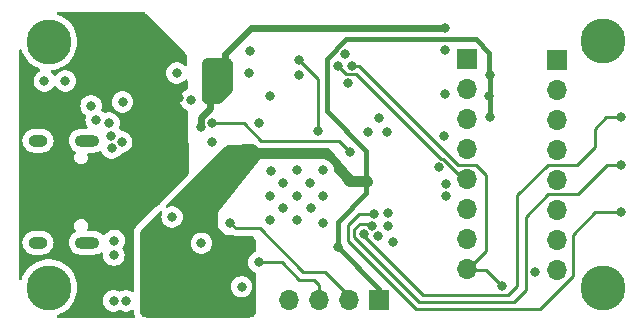
<source format=gbl>
G04 #@! TF.GenerationSoftware,KiCad,Pcbnew,7.0.6-71-g49772d2539*
G04 #@! TF.CreationDate,2023-08-07T20:45:02-04:00*
G04 #@! TF.ProjectId,Free_PDK,46726565-5f50-4444-9b2e-6b696361645f,rev?*
G04 #@! TF.SameCoordinates,Original*
G04 #@! TF.FileFunction,Copper,L4,Bot*
G04 #@! TF.FilePolarity,Positive*
%FSLAX46Y46*%
G04 Gerber Fmt 4.6, Leading zero omitted, Abs format (unit mm)*
G04 Created by KiCad (PCBNEW 7.0.6-71-g49772d2539) date 2023-08-07 20:45:02*
%MOMM*%
%LPD*%
G01*
G04 APERTURE LIST*
G04 #@! TA.AperFunction,ComponentPad*
%ADD10C,3.800000*%
G04 #@! TD*
G04 #@! TA.AperFunction,ComponentPad*
%ADD11R,1.700000X1.700000*%
G04 #@! TD*
G04 #@! TA.AperFunction,ComponentPad*
%ADD12O,1.700000X1.700000*%
G04 #@! TD*
G04 #@! TA.AperFunction,ComponentPad*
%ADD13O,2.100000X1.000000*%
G04 #@! TD*
G04 #@! TA.AperFunction,ComponentPad*
%ADD14O,1.600000X1.000000*%
G04 #@! TD*
G04 #@! TA.AperFunction,ViaPad*
%ADD15C,0.800000*%
G04 #@! TD*
G04 #@! TA.AperFunction,Conductor*
%ADD16C,0.400000*%
G04 #@! TD*
G04 #@! TA.AperFunction,Conductor*
%ADD17C,0.250000*%
G04 #@! TD*
G04 #@! TA.AperFunction,Conductor*
%ADD18C,0.600000*%
G04 #@! TD*
G04 APERTURE END LIST*
D10*
X122224800Y-84302600D03*
X75311000Y-84328000D03*
D11*
X110726750Y-85840600D03*
D12*
X110726750Y-88380600D03*
X110726750Y-90920600D03*
X110726750Y-93460600D03*
X110726750Y-96000600D03*
X110726750Y-98540600D03*
X110726750Y-101080600D03*
X110726750Y-103620600D03*
D11*
X103284550Y-106172000D03*
D12*
X100744550Y-106172000D03*
X98204550Y-106172000D03*
X95664550Y-106172000D03*
D13*
X78576600Y-92710000D03*
D14*
X74396600Y-92710000D03*
D13*
X78576600Y-101350000D03*
D14*
X74396600Y-101350000D03*
D10*
X122199400Y-105156000D03*
X75311000Y-105156000D03*
D11*
X118346750Y-85852000D03*
D12*
X118346750Y-88392000D03*
X118346750Y-90932000D03*
X118346750Y-93472000D03*
X118346750Y-96012000D03*
X118346750Y-98552000D03*
X118346750Y-101092000D03*
X118346750Y-103632000D03*
D15*
X94013550Y-88925400D03*
X94132400Y-95275400D03*
X76708000Y-87655400D03*
X103200200Y-100761800D03*
X96477350Y-87122000D03*
X100617550Y-87833200D03*
X108788200Y-92329000D03*
X81838800Y-106273600D03*
X96350350Y-99466400D03*
X92286350Y-86995000D03*
X89136750Y-92837000D03*
X98560150Y-97434400D03*
X116509800Y-103860600D03*
X87312358Y-89268853D03*
X98534750Y-95199200D03*
X80848200Y-101168200D03*
X97417150Y-96291400D03*
X96324950Y-95199200D03*
X95156550Y-98399600D03*
X74930000Y-87655400D03*
X103284550Y-90754200D03*
X79324200Y-90982800D03*
X104478000Y-101273200D03*
X108383251Y-94982899D03*
X80594200Y-92278200D03*
X85750400Y-99187000D03*
X80822800Y-102412800D03*
X102336600Y-91973400D03*
X108821750Y-88773000D03*
X78892400Y-89763600D03*
X108898850Y-97409000D03*
X95131150Y-96316800D03*
X93116400Y-91236800D03*
X104063800Y-99906522D03*
X104060333Y-98877344D03*
X100380800Y-85394800D03*
X88239600Y-101396800D03*
X92311750Y-85090000D03*
X108847150Y-85064600D03*
X81559400Y-89433400D03*
X103936800Y-91945800D03*
X80416400Y-91211400D03*
X81483200Y-92837000D03*
X94038950Y-97434400D03*
X86150000Y-86973000D03*
X96324950Y-97434400D03*
X98534750Y-99720400D03*
X97493350Y-98425000D03*
X80645000Y-93345000D03*
X80797400Y-106273600D03*
X91643200Y-105079800D03*
X108898850Y-96393000D03*
X94038950Y-99466400D03*
X84531200Y-105054400D03*
X85039200Y-102260400D03*
X112629850Y-90703400D03*
X92203100Y-101396800D03*
X112606350Y-88925400D03*
X84531200Y-103581200D03*
X88498200Y-106163800D03*
X99779350Y-101727000D03*
X102192350Y-96164400D03*
X112629850Y-87172800D03*
X91998800Y-93806499D03*
X78968600Y-87960200D03*
X81000600Y-99480000D03*
X81584800Y-104267000D03*
X80746600Y-84429600D03*
X85750400Y-94894400D03*
X79194900Y-103164600D03*
X80746600Y-85979000D03*
X80670400Y-104267000D03*
X81000600Y-94580000D03*
X86334444Y-89062240D03*
X100990400Y-86372100D03*
X113715800Y-104978200D03*
X99826133Y-86417610D03*
X101968900Y-100587722D03*
X123723400Y-90728800D03*
X102695005Y-99896170D03*
X123723400Y-94767400D03*
X123723400Y-98780600D03*
X102886750Y-98895500D03*
X90652600Y-99644200D03*
X93091000Y-103022400D03*
X89148768Y-91237869D03*
X100812600Y-93675200D03*
X96477350Y-85852000D03*
X98081858Y-91926909D03*
X88925400Y-86385400D03*
X108821750Y-83185000D03*
X90220800Y-86360000D03*
X88188800Y-91516200D03*
X90271600Y-87452200D03*
X88976200Y-89154000D03*
D16*
X102192350Y-96164400D02*
X102192350Y-97146850D01*
X112629850Y-88948900D02*
X112606350Y-88925400D01*
X111499550Y-84124800D02*
X100482400Y-84124800D01*
X102192350Y-97146850D02*
X99779350Y-99559850D01*
X100482400Y-84124800D02*
X98826950Y-85780250D01*
X112629850Y-87172800D02*
X112629850Y-88901900D01*
X98826950Y-90241750D02*
X102192350Y-93607150D01*
X99779350Y-101727000D02*
X99779350Y-101735150D01*
X102192350Y-93607150D02*
X102192350Y-96164400D01*
X98826950Y-85780250D02*
X98826950Y-90241750D01*
X99779350Y-99559850D02*
X99779350Y-101727000D01*
X99779350Y-101735150D02*
X103284550Y-105240350D01*
X103284550Y-105240350D02*
X103284550Y-106172000D01*
X112629850Y-88901900D02*
X112606350Y-88925400D01*
X112623600Y-87166550D02*
X112623600Y-85248850D01*
X112623600Y-85248850D02*
X111499550Y-84124800D01*
X112629850Y-90703400D02*
X112629850Y-88948900D01*
X112629850Y-87172800D02*
X112623600Y-87166550D01*
D17*
X112369600Y-103632000D02*
X110726750Y-103632000D01*
X101002500Y-86360000D02*
X101549200Y-86360000D01*
X112344200Y-102014550D02*
X110726750Y-103632000D01*
X101549200Y-86360000D02*
X109982000Y-94792800D01*
X100990400Y-86372100D02*
X101002500Y-86360000D01*
X112344200Y-95631000D02*
X112344200Y-102014550D01*
X109982000Y-94792800D02*
X111506000Y-94792800D01*
X113715800Y-104978200D02*
X112369600Y-103632000D01*
X111506000Y-94792800D02*
X112344200Y-95631000D01*
X101320600Y-87096600D02*
X108481899Y-94257899D01*
X99826133Y-86417610D02*
X100505123Y-87096600D01*
X108481899Y-94257899D02*
X108683556Y-94257899D01*
X110437657Y-96012000D02*
X110726750Y-96012000D01*
X100505123Y-87096600D02*
X101320600Y-87096600D01*
X108683556Y-94257899D02*
X110437657Y-96012000D01*
X120040400Y-94742000D02*
X121539000Y-93243400D01*
X114985800Y-105003600D02*
X114985800Y-97332800D01*
X101968900Y-100814449D02*
X106970851Y-105816400D01*
X101968900Y-100587722D02*
X101968900Y-100814449D01*
X117576600Y-94742000D02*
X120040400Y-94742000D01*
X106970851Y-105816400D02*
X114173000Y-105816400D01*
X122504200Y-90728800D02*
X123723400Y-90728800D01*
X121539000Y-91694000D02*
X122504200Y-90728800D01*
X114173000Y-105816400D02*
X114985800Y-105003600D01*
X114985800Y-97332800D02*
X117576600Y-94742000D01*
X121539000Y-93243400D02*
X121539000Y-91694000D01*
X101193600Y-100888800D02*
X101193600Y-100228400D01*
X123723400Y-94767400D02*
X122580400Y-94767400D01*
X117602000Y-97256600D02*
X115722400Y-99136200D01*
X106680000Y-106375200D02*
X101193600Y-100888800D01*
X122580400Y-94767400D02*
X120091200Y-97256600D01*
X115722400Y-105359200D02*
X114706400Y-106375200D01*
X101619976Y-99802024D02*
X102600859Y-99802024D01*
X101193600Y-100228400D02*
X101619976Y-99802024D01*
X115722400Y-99136200D02*
X115722400Y-105359200D01*
X114706400Y-106375200D02*
X106680000Y-106375200D01*
X120091200Y-97256600D02*
X117602000Y-97256600D01*
X102600859Y-99802024D02*
X102695005Y-99896170D01*
X100634800Y-99822000D02*
X100634800Y-101193600D01*
X116890800Y-106934000D02*
X119684800Y-104140000D01*
X100634800Y-101193600D02*
X106375200Y-106934000D01*
X119684800Y-100660200D02*
X121564400Y-98780600D01*
X119684800Y-104140000D02*
X119684800Y-100660200D01*
X106375200Y-106934000D02*
X116890800Y-106934000D01*
X102886750Y-98895500D02*
X101561300Y-98895500D01*
X101561300Y-98895500D02*
X100634800Y-99822000D01*
X121564400Y-98780600D02*
X123723400Y-98780600D01*
X93192600Y-100126800D02*
X96875600Y-103809800D01*
X91135200Y-100126800D02*
X93192600Y-100126800D01*
X96875600Y-103809800D02*
X98729800Y-103809800D01*
X90652600Y-99644200D02*
X91135200Y-100126800D01*
X98729800Y-103809800D02*
X100744550Y-105824550D01*
X100744550Y-105824550D02*
X100744550Y-106172000D01*
X98204550Y-104910150D02*
X98204550Y-106172000D01*
X96469200Y-104470200D02*
X97764600Y-104470200D01*
X95021400Y-103022400D02*
X96469200Y-104470200D01*
X93091000Y-103022400D02*
X95021400Y-103022400D01*
X97764600Y-104470200D02*
X98204550Y-104910150D01*
X91822069Y-91237869D02*
X93319600Y-92735400D01*
X89148768Y-91237869D02*
X91822069Y-91237869D01*
X93319600Y-92735400D02*
X99872800Y-92735400D01*
X99872800Y-92735400D02*
X100812600Y-93675200D01*
X98081858Y-91926909D02*
X98094800Y-91913967D01*
X98094800Y-87469450D02*
X96477350Y-85852000D01*
X98094800Y-91913967D02*
X98094800Y-87469450D01*
D18*
X90220800Y-85394800D02*
X92430600Y-83185000D01*
X92430600Y-83185000D02*
X108821750Y-83185000D01*
X88188800Y-91516200D02*
X88188800Y-90754200D01*
X90220800Y-86360000D02*
X90220800Y-85394800D01*
X88188800Y-90754200D02*
X88976200Y-89966800D01*
X88976200Y-89966800D02*
X88976200Y-89154000D01*
G04 #@! TA.AperFunction,Conductor*
G36*
X90385231Y-85700130D02*
G01*
X90477079Y-85712222D01*
X90494423Y-85714506D01*
X90525691Y-85722884D01*
X90616118Y-85760340D01*
X90644152Y-85776525D01*
X90721802Y-85836109D01*
X90744691Y-85858998D01*
X90804274Y-85936648D01*
X90820459Y-85964681D01*
X90857915Y-86055108D01*
X90866293Y-86086375D01*
X90880669Y-86195564D01*
X90881200Y-86203665D01*
X90881200Y-88355028D01*
X90880653Y-88363241D01*
X90866978Y-88465529D01*
X90865836Y-88474071D01*
X90857203Y-88505780D01*
X90818627Y-88597347D01*
X90801967Y-88625676D01*
X90733016Y-88713689D01*
X90727513Y-88719826D01*
X89962948Y-89466188D01*
X89956880Y-89471393D01*
X89870173Y-89536551D01*
X89842442Y-89552266D01*
X89753165Y-89588618D01*
X89722340Y-89596745D01*
X89666059Y-89604039D01*
X89614785Y-89610685D01*
X89606811Y-89611200D01*
X88769066Y-89611200D01*
X88760968Y-89610669D01*
X88737457Y-89607574D01*
X88651775Y-89596293D01*
X88620508Y-89587915D01*
X88530081Y-89550459D01*
X88502048Y-89534274D01*
X88424398Y-89474691D01*
X88401508Y-89451801D01*
X88341925Y-89374151D01*
X88325740Y-89346118D01*
X88288284Y-89255691D01*
X88279906Y-89224423D01*
X88265531Y-89115235D01*
X88265000Y-89107133D01*
X88265000Y-86203666D01*
X88265531Y-86195564D01*
X88279906Y-86086376D01*
X88288284Y-86055108D01*
X88325740Y-85964681D01*
X88341923Y-85936650D01*
X88401513Y-85858992D01*
X88424392Y-85836113D01*
X88502050Y-85776523D01*
X88530079Y-85760340D01*
X88620509Y-85722883D01*
X88651775Y-85714506D01*
X88760967Y-85700130D01*
X88769067Y-85699600D01*
X90377133Y-85699600D01*
X90385231Y-85700130D01*
G37*
G04 #@! TD.AperFunction*
G04 #@! TA.AperFunction,Conductor*
G36*
X92748546Y-93053122D02*
G01*
X92769840Y-93070230D01*
X92818637Y-93119027D01*
X92828521Y-93131363D01*
X92828759Y-93131167D01*
X92833813Y-93137276D01*
X92884251Y-93184641D01*
X92905123Y-93205514D01*
X92905127Y-93205517D01*
X92905130Y-93205520D01*
X92910571Y-93209740D01*
X92915075Y-93213588D01*
X92949018Y-93245462D01*
X92962561Y-93252907D01*
X92966429Y-93255034D01*
X92982955Y-93265889D01*
X92998662Y-93278073D01*
X92998663Y-93278073D01*
X92998664Y-93278074D01*
X93041392Y-93296563D01*
X93046722Y-93299175D01*
X93072526Y-93313360D01*
X93087508Y-93321597D01*
X93106756Y-93326539D01*
X93125457Y-93332941D01*
X93134214Y-93336731D01*
X93143702Y-93340837D01*
X93143703Y-93340837D01*
X93143705Y-93340838D01*
X93170891Y-93345143D01*
X93189678Y-93348119D01*
X93195490Y-93349321D01*
X93240581Y-93360900D01*
X93260456Y-93360900D01*
X93280165Y-93362450D01*
X93299796Y-93365560D01*
X93333302Y-93362392D01*
X93346135Y-93361180D01*
X93352068Y-93360900D01*
X99062665Y-93360900D01*
X99130786Y-93380902D01*
X99159232Y-93405964D01*
X100067741Y-94489980D01*
X101066600Y-95681800D01*
X102243567Y-95681800D01*
X102251798Y-95682340D01*
X102301301Y-95688856D01*
X102359449Y-95696512D01*
X102391212Y-95705022D01*
X102480028Y-95741811D01*
X102508509Y-95758255D01*
X102584769Y-95816771D01*
X102608028Y-95840030D01*
X102666544Y-95916290D01*
X102682990Y-95944775D01*
X102719775Y-96033581D01*
X102728288Y-96065354D01*
X102740826Y-96160591D01*
X102740809Y-96193609D01*
X102728268Y-96288133D01*
X102719626Y-96320129D01*
X102682894Y-96408058D01*
X102666208Y-96436694D01*
X102607819Y-96512003D01*
X102584241Y-96535298D01*
X102508239Y-96592772D01*
X102479403Y-96609113D01*
X102391036Y-96644783D01*
X102358939Y-96653039D01*
X102272869Y-96663405D01*
X102251869Y-96665934D01*
X102243573Y-96666381D01*
X102218062Y-96666074D01*
X100916624Y-96650395D01*
X100898775Y-96648907D01*
X100851545Y-96641560D01*
X100757347Y-96626906D01*
X100723180Y-96616465D01*
X100601825Y-96559502D01*
X100571960Y-96539886D01*
X100464680Y-96445144D01*
X100452131Y-96432364D01*
X100329381Y-96288133D01*
X99928222Y-95816771D01*
X99470256Y-95278660D01*
X99441338Y-95213820D01*
X99440618Y-95203087D01*
X99440209Y-95199202D01*
X99440210Y-95199200D01*
X99420424Y-95010944D01*
X99420424Y-95010943D01*
X99361931Y-94830921D01*
X99361927Y-94830913D01*
X99267284Y-94666985D01*
X99267283Y-94666983D01*
X99140623Y-94526313D01*
X98987482Y-94415050D01*
X98987482Y-94415049D01*
X98837085Y-94348088D01*
X98814553Y-94338056D01*
X98814551Y-94338055D01*
X98814550Y-94338055D01*
X98637759Y-94300477D01*
X98602800Y-94259400D01*
X98325565Y-94259400D01*
X93459810Y-94259400D01*
X93167200Y-94259400D01*
X92987035Y-94489976D01*
X92987033Y-94489979D01*
X92987030Y-94489982D01*
X89732798Y-98654785D01*
X89594920Y-98831243D01*
X89597799Y-99042418D01*
X89597799Y-99042423D01*
X89597799Y-99042432D01*
X89608051Y-99794306D01*
X89608051Y-99794309D01*
X89608051Y-99794314D01*
X89611200Y-100025200D01*
X89768312Y-100194398D01*
X89768314Y-100194400D01*
X90028912Y-100475044D01*
X90271600Y-100736400D01*
X90975671Y-100736400D01*
X90995380Y-100737950D01*
X90997685Y-100738316D01*
X91005279Y-100739519D01*
X91011084Y-100740720D01*
X91040042Y-100748156D01*
X91056176Y-100752299D01*
X91056178Y-100752299D01*
X91056181Y-100752300D01*
X91076056Y-100752300D01*
X91095766Y-100753851D01*
X91097761Y-100754166D01*
X91115396Y-100756960D01*
X91148902Y-100753792D01*
X91161735Y-100752580D01*
X91167668Y-100752300D01*
X92379032Y-100752300D01*
X92387259Y-100752839D01*
X92394853Y-100753838D01*
X92401238Y-100754678D01*
X92433010Y-100763190D01*
X92547075Y-100810437D01*
X92575557Y-100826881D01*
X92673503Y-100902037D01*
X92696762Y-100925296D01*
X92771917Y-101023240D01*
X92788363Y-101051726D01*
X92835607Y-101165783D01*
X92844120Y-101197554D01*
X92861860Y-101332301D01*
X92862400Y-101340533D01*
X92862400Y-102056633D01*
X92842398Y-102124754D01*
X92788742Y-102171247D01*
X92787650Y-102171739D01*
X92638272Y-102238247D01*
X92638267Y-102238250D01*
X92485126Y-102349513D01*
X92358466Y-102490183D01*
X92358465Y-102490185D01*
X92263822Y-102654113D01*
X92263818Y-102654121D01*
X92205325Y-102834143D01*
X92185540Y-103022399D01*
X92205325Y-103210656D01*
X92263818Y-103390678D01*
X92263822Y-103390686D01*
X92358465Y-103554614D01*
X92358466Y-103554616D01*
X92485126Y-103695286D01*
X92638267Y-103806549D01*
X92638267Y-103806550D01*
X92690355Y-103829741D01*
X92787650Y-103873060D01*
X92841745Y-103919039D01*
X92862394Y-103986967D01*
X92862400Y-103988166D01*
X92862400Y-107091866D01*
X92861860Y-107100098D01*
X92844120Y-107234845D01*
X92835607Y-107266616D01*
X92788363Y-107380673D01*
X92771917Y-107409159D01*
X92696762Y-107507103D01*
X92673503Y-107530362D01*
X92575559Y-107605517D01*
X92547073Y-107621963D01*
X92433016Y-107669207D01*
X92401245Y-107677720D01*
X92270296Y-107694960D01*
X92262064Y-107695500D01*
X83629908Y-107695500D01*
X83621693Y-107694963D01*
X83491028Y-107677797D01*
X83459319Y-107669319D01*
X83345462Y-107622269D01*
X83317018Y-107605889D01*
X83219176Y-107531028D01*
X83195928Y-107507858D01*
X83120738Y-107410261D01*
X83104269Y-107381881D01*
X83056837Y-107268176D01*
X83048254Y-107236495D01*
X83048032Y-107234845D01*
X83030140Y-107102074D01*
X83029577Y-107093894D01*
X83022863Y-105079799D01*
X90737740Y-105079799D01*
X90757525Y-105268056D01*
X90816018Y-105448078D01*
X90816022Y-105448086D01*
X90910665Y-105612014D01*
X90910666Y-105612016D01*
X91037326Y-105752686D01*
X91190467Y-105863949D01*
X91190467Y-105863950D01*
X91216932Y-105875733D01*
X91363397Y-105940944D01*
X91548554Y-105980300D01*
X91737846Y-105980300D01*
X91923003Y-105940944D01*
X92095930Y-105863951D01*
X92095930Y-105863950D01*
X92095932Y-105863950D01*
X92095932Y-105863949D01*
X92249071Y-105752688D01*
X92375733Y-105612016D01*
X92470379Y-105448084D01*
X92528874Y-105268056D01*
X92548660Y-105079800D01*
X92528874Y-104891544D01*
X92518955Y-104861016D01*
X92470381Y-104711521D01*
X92470377Y-104711513D01*
X92375734Y-104547585D01*
X92375733Y-104547583D01*
X92249073Y-104406913D01*
X92095932Y-104295650D01*
X92095932Y-104295649D01*
X91970345Y-104239734D01*
X91923003Y-104218656D01*
X91923001Y-104218655D01*
X91923000Y-104218655D01*
X91737846Y-104179300D01*
X91548554Y-104179300D01*
X91363399Y-104218655D01*
X91190467Y-104295649D01*
X91190467Y-104295650D01*
X91037326Y-104406913D01*
X90910666Y-104547583D01*
X90910665Y-104547585D01*
X90816022Y-104711513D01*
X90816018Y-104711521D01*
X90757525Y-104891543D01*
X90737740Y-105079799D01*
X83022863Y-105079799D01*
X83010586Y-101396799D01*
X87334140Y-101396799D01*
X87353925Y-101585056D01*
X87412418Y-101765078D01*
X87412422Y-101765086D01*
X87507065Y-101929014D01*
X87507066Y-101929016D01*
X87633726Y-102069686D01*
X87786867Y-102180949D01*
X87786867Y-102180950D01*
X87834212Y-102202029D01*
X87959797Y-102257944D01*
X88144954Y-102297300D01*
X88334246Y-102297300D01*
X88519403Y-102257944D01*
X88692330Y-102180951D01*
X88692330Y-102180950D01*
X88692332Y-102180950D01*
X88692332Y-102180949D01*
X88845471Y-102069688D01*
X88972133Y-101929016D01*
X89066779Y-101765084D01*
X89125274Y-101585056D01*
X89145060Y-101396800D01*
X89125274Y-101208544D01*
X89097981Y-101124545D01*
X89066781Y-101028521D01*
X89066777Y-101028513D01*
X88972134Y-100864585D01*
X88972133Y-100864583D01*
X88845473Y-100723913D01*
X88692332Y-100612650D01*
X88692332Y-100612649D01*
X88566745Y-100556734D01*
X88519403Y-100535656D01*
X88519401Y-100535655D01*
X88519400Y-100535655D01*
X88334246Y-100496300D01*
X88144954Y-100496300D01*
X87959799Y-100535655D01*
X87786867Y-100612649D01*
X87786867Y-100612650D01*
X87633726Y-100723913D01*
X87507066Y-100864583D01*
X87507065Y-100864585D01*
X87412422Y-101028513D01*
X87412418Y-101028521D01*
X87353925Y-101208543D01*
X87334140Y-101396799D01*
X83010586Y-101396799D01*
X83010385Y-101336400D01*
X83008049Y-100635872D01*
X83008570Y-100627581D01*
X83026163Y-100491634D01*
X83034713Y-100459589D01*
X83082371Y-100344552D01*
X83098988Y-100315849D01*
X83182688Y-100207291D01*
X83188192Y-100201051D01*
X83314494Y-100075617D01*
X84717431Y-98682322D01*
X84779859Y-98648513D01*
X84850657Y-98653822D01*
X84907346Y-98696564D01*
X84931927Y-98763170D01*
X84923308Y-98811801D01*
X84925261Y-98812436D01*
X84864725Y-98998743D01*
X84844940Y-99187000D01*
X84864725Y-99375256D01*
X84923218Y-99555278D01*
X84923222Y-99555286D01*
X85017865Y-99719214D01*
X85017866Y-99719216D01*
X85144526Y-99859886D01*
X85297667Y-99971149D01*
X85297667Y-99971150D01*
X85345012Y-99992229D01*
X85470597Y-100048144D01*
X85655754Y-100087500D01*
X85845046Y-100087500D01*
X86030203Y-100048144D01*
X86203130Y-99971151D01*
X86203130Y-99971150D01*
X86203132Y-99971150D01*
X86203132Y-99971149D01*
X86356271Y-99859888D01*
X86415322Y-99794306D01*
X86482933Y-99719216D01*
X86482934Y-99719214D01*
X86489458Y-99707914D01*
X86577579Y-99555284D01*
X86636074Y-99375256D01*
X86655860Y-99187000D01*
X86636074Y-98998744D01*
X86591009Y-98860049D01*
X86577581Y-98818721D01*
X86577577Y-98818713D01*
X86573586Y-98811801D01*
X86482934Y-98654785D01*
X86482933Y-98654783D01*
X86356273Y-98514113D01*
X86203132Y-98402850D01*
X86203132Y-98402849D01*
X86068740Y-98343014D01*
X86030203Y-98325856D01*
X86030201Y-98325855D01*
X86030200Y-98325855D01*
X85845046Y-98286500D01*
X85655754Y-98286500D01*
X85470597Y-98325856D01*
X85383097Y-98364813D01*
X85312730Y-98374247D01*
X85248433Y-98344140D01*
X85210620Y-98284051D01*
X85211297Y-98213058D01*
X85243059Y-98160306D01*
X90220959Y-93216618D01*
X90227126Y-93211242D01*
X90229103Y-93209733D01*
X90331741Y-93131363D01*
X90334265Y-93129436D01*
X90362536Y-93113161D01*
X90475681Y-93066324D01*
X90507181Y-93057855D01*
X90640803Y-93039999D01*
X90648952Y-93039445D01*
X92680368Y-93033326D01*
X92748546Y-93053122D01*
G37*
G04 #@! TD.AperFunction*
G04 #@! TA.AperFunction,Conductor*
G36*
X83165187Y-81789047D02*
G01*
X83297199Y-81806565D01*
X83329200Y-81815211D01*
X83425062Y-81855266D01*
X83443996Y-81863177D01*
X83472635Y-81879869D01*
X83568331Y-81954084D01*
X83580871Y-81963809D01*
X83587090Y-81969327D01*
X86872170Y-85295213D01*
X86877471Y-85301317D01*
X86958192Y-85407294D01*
X86974284Y-85435227D01*
X87020780Y-85546952D01*
X87029257Y-85578054D01*
X87038536Y-85644958D01*
X87047558Y-85710014D01*
X87048153Y-85718067D01*
X87053593Y-86289375D01*
X87034241Y-86357683D01*
X86981030Y-86404685D01*
X86910856Y-86415458D01*
X86845997Y-86386581D01*
X86833963Y-86374886D01*
X86761253Y-86294134D01*
X86606752Y-86181882D01*
X86432288Y-86104206D01*
X86245487Y-86064500D01*
X86054513Y-86064500D01*
X85867711Y-86104206D01*
X85693247Y-86181882D01*
X85538744Y-86294135D01*
X85410965Y-86436048D01*
X85410958Y-86436058D01*
X85367353Y-86511585D01*
X85315473Y-86601444D01*
X85308421Y-86623147D01*
X85256457Y-86783072D01*
X85236496Y-86973000D01*
X85256457Y-87162927D01*
X85276703Y-87225236D01*
X85315473Y-87344556D01*
X85315476Y-87344561D01*
X85410958Y-87509941D01*
X85410965Y-87509951D01*
X85538744Y-87651864D01*
X85538747Y-87651866D01*
X85693248Y-87764118D01*
X85867712Y-87841794D01*
X86054513Y-87881500D01*
X86245487Y-87881500D01*
X86432288Y-87841794D01*
X86606752Y-87764118D01*
X86761253Y-87651866D01*
X86846825Y-87556828D01*
X86907270Y-87519589D01*
X86978254Y-87520940D01*
X87037239Y-87560454D01*
X87065497Y-87625584D01*
X87066455Y-87639939D01*
X87072723Y-88298040D01*
X87053371Y-88366348D01*
X87000160Y-88413350D01*
X86997978Y-88414347D01*
X86855605Y-88477735D01*
X86701102Y-88589988D01*
X86573323Y-88731901D01*
X86573316Y-88731911D01*
X86477834Y-88897291D01*
X86477831Y-88897298D01*
X86418815Y-89078925D01*
X86398854Y-89268853D01*
X86418815Y-89458780D01*
X86448884Y-89551323D01*
X86477831Y-89640409D01*
X86477834Y-89640414D01*
X86573316Y-89805794D01*
X86573323Y-89805804D01*
X86701102Y-89947717D01*
X86701105Y-89947719D01*
X86855606Y-90059971D01*
X87016526Y-90131616D01*
X87070621Y-90177596D01*
X87091271Y-90245523D01*
X87141291Y-95497759D01*
X87121939Y-95566067D01*
X87104085Y-95588361D01*
X84881211Y-97795959D01*
X84803152Y-97895423D01*
X84803139Y-97895442D01*
X84771382Y-97948185D01*
X84720000Y-98063690D01*
X84717636Y-98071751D01*
X84715199Y-98071036D01*
X84690542Y-98123667D01*
X84639750Y-98158438D01*
X84535328Y-98196975D01*
X84472892Y-98230787D01*
X84355584Y-98317974D01*
X83480546Y-99186999D01*
X82820331Y-99842676D01*
X82808701Y-99855015D01*
X82791984Y-99873968D01*
X82781200Y-99887039D01*
X82681976Y-100015731D01*
X82681975Y-100015732D01*
X82663087Y-100043892D01*
X82629477Y-100101946D01*
X82629478Y-100101946D01*
X82629476Y-100101949D01*
X82621599Y-100117897D01*
X82614462Y-100132347D01*
X82553826Y-100278710D01*
X82553824Y-100278716D01*
X82542940Y-100310830D01*
X82525648Y-100375641D01*
X82519175Y-100408462D01*
X82519085Y-100408919D01*
X82498230Y-100570074D01*
X82496612Y-100586928D01*
X82495028Y-100612134D01*
X82494524Y-100629097D01*
X82497083Y-101396799D01*
X82497089Y-101398511D01*
X82509360Y-105079799D01*
X82509366Y-105081511D01*
X82510396Y-105390868D01*
X82490621Y-105459055D01*
X82437121Y-105505727D01*
X82366881Y-105516065D01*
X82310337Y-105493224D01*
X82295552Y-105482482D01*
X82260329Y-105466800D01*
X82121088Y-105404806D01*
X81934287Y-105365100D01*
X81743313Y-105365100D01*
X81556511Y-105404806D01*
X81382034Y-105482488D01*
X81381077Y-105483041D01*
X81380454Y-105483191D01*
X81376016Y-105485168D01*
X81375654Y-105484355D01*
X81312079Y-105499765D01*
X81260437Y-105484598D01*
X81260184Y-105485168D01*
X81255934Y-105483276D01*
X81255107Y-105483033D01*
X81254157Y-105482484D01*
X81079688Y-105404806D01*
X80892887Y-105365100D01*
X80701913Y-105365100D01*
X80515111Y-105404806D01*
X80340647Y-105482482D01*
X80186144Y-105594735D01*
X80058365Y-105736648D01*
X80058358Y-105736658D01*
X79962876Y-105902038D01*
X79962873Y-105902045D01*
X79903857Y-106083672D01*
X79883896Y-106273599D01*
X79903857Y-106463527D01*
X79918014Y-106507095D01*
X79962873Y-106645156D01*
X79962876Y-106645161D01*
X80058358Y-106810541D01*
X80058365Y-106810551D01*
X80186144Y-106952464D01*
X80186147Y-106952466D01*
X80340648Y-107064718D01*
X80515112Y-107142394D01*
X80701913Y-107182100D01*
X80892887Y-107182100D01*
X81079688Y-107142394D01*
X81254152Y-107064718D01*
X81254158Y-107064713D01*
X81255090Y-107064176D01*
X81255702Y-107064027D01*
X81260184Y-107062032D01*
X81260548Y-107062851D01*
X81324084Y-107047431D01*
X81375760Y-107062605D01*
X81376016Y-107062032D01*
X81380292Y-107063935D01*
X81381110Y-107064176D01*
X81382045Y-107064715D01*
X81382048Y-107064718D01*
X81556512Y-107142394D01*
X81743313Y-107182100D01*
X81934287Y-107182100D01*
X82121088Y-107142394D01*
X82295552Y-107064718D01*
X82318370Y-107048139D01*
X82385233Y-107024281D01*
X82454385Y-107040359D01*
X82503867Y-107091272D01*
X82518132Y-107141412D01*
X82518426Y-107145681D01*
X82520121Y-107162351D01*
X82541595Y-107321703D01*
X82548234Y-107354576D01*
X82548233Y-107354575D01*
X82565589Y-107418639D01*
X82565589Y-107418640D01*
X82576461Y-107450391D01*
X82605912Y-107520991D01*
X82613678Y-107591561D01*
X82582057Y-107655128D01*
X82521090Y-107691508D01*
X82489624Y-107695500D01*
X76100095Y-107695500D01*
X76031974Y-107675498D01*
X75985481Y-107621842D01*
X75975377Y-107551568D01*
X76004871Y-107486988D01*
X76053711Y-107452348D01*
X76077609Y-107442885D01*
X76338517Y-107339585D01*
X76604090Y-107193584D01*
X76849271Y-107015450D01*
X77070192Y-106807992D01*
X77263370Y-106574480D01*
X77263372Y-106574475D01*
X77263375Y-106574473D01*
X77425752Y-106318607D01*
X77425758Y-106318598D01*
X77554794Y-106044381D01*
X77648445Y-105756154D01*
X77705233Y-105458462D01*
X77705234Y-105458449D01*
X77724262Y-105156006D01*
X77724262Y-105155993D01*
X77705234Y-104853550D01*
X77705232Y-104853533D01*
X77693231Y-104790620D01*
X77648445Y-104555846D01*
X77554794Y-104267619D01*
X77425758Y-103993402D01*
X77421620Y-103986881D01*
X77263375Y-103737526D01*
X77070192Y-103504008D01*
X77070190Y-103504006D01*
X76849270Y-103296549D01*
X76604092Y-103118417D01*
X76555429Y-103091664D01*
X76338517Y-102972415D01*
X76257414Y-102940304D01*
X76056744Y-102860852D01*
X76056737Y-102860850D01*
X75763192Y-102785482D01*
X75462544Y-102747501D01*
X75462532Y-102747500D01*
X75462530Y-102747500D01*
X75159470Y-102747500D01*
X75159467Y-102747500D01*
X75159455Y-102747501D01*
X74858807Y-102785482D01*
X74565262Y-102860850D01*
X74565255Y-102860852D01*
X74283483Y-102972415D01*
X74017907Y-103118417D01*
X73772730Y-103296549D01*
X73772729Y-103296549D01*
X73551809Y-103504006D01*
X73551807Y-103504008D01*
X73358624Y-103737526D01*
X73196247Y-103993392D01*
X73196240Y-103993406D01*
X73067209Y-104267612D01*
X73067207Y-104267616D01*
X73017333Y-104421112D01*
X72977259Y-104479717D01*
X72911862Y-104507354D01*
X72841906Y-104495247D01*
X72789600Y-104447241D01*
X72771500Y-104382175D01*
X72771500Y-101350003D01*
X73083220Y-101350003D01*
X73102690Y-101547694D01*
X73102691Y-101547700D01*
X73102692Y-101547701D01*
X73160359Y-101737804D01*
X73254005Y-101913004D01*
X73380032Y-102066568D01*
X73533596Y-102192595D01*
X73708796Y-102286241D01*
X73898899Y-102343908D01*
X73898903Y-102343908D01*
X73898905Y-102343909D01*
X73983113Y-102352202D01*
X74047053Y-102358500D01*
X74047062Y-102358500D01*
X74746138Y-102358500D01*
X74746147Y-102358500D01*
X74830361Y-102350205D01*
X74894294Y-102343909D01*
X74894295Y-102343908D01*
X74894301Y-102343908D01*
X75084404Y-102286241D01*
X75259604Y-102192595D01*
X75413168Y-102066568D01*
X75539195Y-101913004D01*
X75632841Y-101737804D01*
X75690508Y-101547701D01*
X75709180Y-101358128D01*
X75709980Y-101350003D01*
X77013220Y-101350003D01*
X77032690Y-101547694D01*
X77032691Y-101547700D01*
X77032692Y-101547701D01*
X77090359Y-101737804D01*
X77184005Y-101913004D01*
X77310032Y-102066568D01*
X77463596Y-102192595D01*
X77638796Y-102286241D01*
X77828899Y-102343908D01*
X77828903Y-102343908D01*
X77828905Y-102343909D01*
X77913113Y-102352202D01*
X77977053Y-102358500D01*
X77977062Y-102358500D01*
X79176138Y-102358500D01*
X79176147Y-102358500D01*
X79260361Y-102350205D01*
X79324294Y-102343909D01*
X79324295Y-102343908D01*
X79324301Y-102343908D01*
X79514404Y-102286241D01*
X79689604Y-102192595D01*
X79718026Y-102169269D01*
X79783372Y-102141515D01*
X79853350Y-102153496D01*
X79905743Y-102201408D01*
X79923915Y-102270040D01*
X79923270Y-102279838D01*
X79909296Y-102412799D01*
X79929257Y-102602727D01*
X79941492Y-102640381D01*
X79988273Y-102784356D01*
X79988276Y-102784361D01*
X80083758Y-102949741D01*
X80083765Y-102949751D01*
X80211544Y-103091664D01*
X80211547Y-103091666D01*
X80366048Y-103203918D01*
X80540512Y-103281594D01*
X80727313Y-103321300D01*
X80918287Y-103321300D01*
X81105088Y-103281594D01*
X81279552Y-103203918D01*
X81434053Y-103091666D01*
X81561840Y-102949744D01*
X81657327Y-102784356D01*
X81716342Y-102602728D01*
X81736304Y-102412800D01*
X81716342Y-102222872D01*
X81657327Y-102041244D01*
X81619746Y-101976152D01*
X81558539Y-101870137D01*
X81560716Y-101868879D01*
X81540657Y-101812692D01*
X81556724Y-101743538D01*
X81572812Y-101721167D01*
X81587240Y-101705144D01*
X81682727Y-101539756D01*
X81741742Y-101358128D01*
X81761704Y-101168200D01*
X81741742Y-100978272D01*
X81682727Y-100796644D01*
X81587240Y-100631256D01*
X81587238Y-100631254D01*
X81587234Y-100631248D01*
X81459455Y-100489335D01*
X81304952Y-100377082D01*
X81130488Y-100299406D01*
X80943687Y-100259700D01*
X80752713Y-100259700D01*
X80565911Y-100299406D01*
X80391447Y-100377082D01*
X80236944Y-100489335D01*
X80109165Y-100631248D01*
X80109161Y-100631255D01*
X80089599Y-100665136D01*
X80038215Y-100714128D01*
X79968501Y-100727562D01*
X79902591Y-100701174D01*
X79883082Y-100682067D01*
X79843168Y-100633432D01*
X79689604Y-100507405D01*
X79514404Y-100413759D01*
X79393496Y-100377082D01*
X79324301Y-100356092D01*
X79324300Y-100356091D01*
X79324294Y-100356090D01*
X79176153Y-100341500D01*
X79176147Y-100341500D01*
X78683497Y-100341500D01*
X78615376Y-100321498D01*
X78568883Y-100267842D01*
X78558779Y-100197568D01*
X78567085Y-100167291D01*
X78607287Y-100070236D01*
X78627066Y-99920000D01*
X78607287Y-99769764D01*
X78549298Y-99629767D01*
X78549293Y-99629760D01*
X78457051Y-99509548D01*
X78336839Y-99417306D01*
X78336831Y-99417301D01*
X78196834Y-99359312D01*
X78084322Y-99344500D01*
X78084320Y-99344500D01*
X78008880Y-99344500D01*
X78008877Y-99344500D01*
X77896365Y-99359312D01*
X77756368Y-99417301D01*
X77756360Y-99417306D01*
X77636148Y-99509548D01*
X77543906Y-99629760D01*
X77543901Y-99629768D01*
X77485912Y-99769765D01*
X77466134Y-99919999D01*
X77466134Y-99920000D01*
X77485912Y-100070234D01*
X77543901Y-100210231D01*
X77543903Y-100210234D01*
X77591844Y-100272712D01*
X77617444Y-100338933D01*
X77603179Y-100408481D01*
X77553578Y-100459277D01*
X77551278Y-100460538D01*
X77463593Y-100507406D01*
X77310032Y-100633432D01*
X77184005Y-100786995D01*
X77090359Y-100962195D01*
X77032690Y-101152305D01*
X77013220Y-101349996D01*
X77013220Y-101350003D01*
X75709980Y-101350003D01*
X75709980Y-101349996D01*
X75690509Y-101152305D01*
X75690508Y-101152303D01*
X75690508Y-101152299D01*
X75632841Y-100962196D01*
X75539195Y-100786996D01*
X75413168Y-100633432D01*
X75259604Y-100507405D01*
X75084404Y-100413759D01*
X74894301Y-100356092D01*
X74894300Y-100356091D01*
X74894294Y-100356090D01*
X74746153Y-100341500D01*
X74746147Y-100341500D01*
X74047053Y-100341500D01*
X74047046Y-100341500D01*
X73898905Y-100356090D01*
X73708795Y-100413759D01*
X73533595Y-100507405D01*
X73380032Y-100633432D01*
X73254005Y-100786995D01*
X73160359Y-100962195D01*
X73102690Y-101152305D01*
X73083220Y-101349996D01*
X73083220Y-101350003D01*
X72771500Y-101350003D01*
X72771500Y-92710003D01*
X73083220Y-92710003D01*
X73102690Y-92907694D01*
X73102691Y-92907700D01*
X73102692Y-92907701D01*
X73160359Y-93097804D01*
X73254005Y-93273004D01*
X73380032Y-93426568D01*
X73533596Y-93552595D01*
X73708796Y-93646241D01*
X73898899Y-93703908D01*
X73898903Y-93703908D01*
X73898905Y-93703909D01*
X73983113Y-93712202D01*
X74047053Y-93718500D01*
X74047062Y-93718500D01*
X74746138Y-93718500D01*
X74746147Y-93718500D01*
X74830361Y-93710205D01*
X74894294Y-93703909D01*
X74894295Y-93703908D01*
X74894301Y-93703908D01*
X75084404Y-93646241D01*
X75259604Y-93552595D01*
X75413168Y-93426568D01*
X75539195Y-93273004D01*
X75632841Y-93097804D01*
X75690508Y-92907701D01*
X75692429Y-92888202D01*
X75709980Y-92710003D01*
X77013220Y-92710003D01*
X77032690Y-92907694D01*
X77032691Y-92907700D01*
X77032692Y-92907701D01*
X77090359Y-93097804D01*
X77184005Y-93273004D01*
X77310032Y-93426568D01*
X77463596Y-93552595D01*
X77551277Y-93599461D01*
X77601925Y-93649213D01*
X77617635Y-93718449D01*
X77593419Y-93785188D01*
X77591844Y-93787286D01*
X77543906Y-93849760D01*
X77543901Y-93849768D01*
X77485912Y-93989765D01*
X77466134Y-94139999D01*
X77485912Y-94290234D01*
X77543901Y-94430231D01*
X77543906Y-94430239D01*
X77636148Y-94550451D01*
X77756360Y-94642693D01*
X77756367Y-94642698D01*
X77896364Y-94700687D01*
X78008880Y-94715500D01*
X78008887Y-94715500D01*
X78084313Y-94715500D01*
X78084320Y-94715500D01*
X78196836Y-94700687D01*
X78336833Y-94642698D01*
X78457051Y-94550451D01*
X78549298Y-94430233D01*
X78607287Y-94290236D01*
X78627066Y-94140000D01*
X78607287Y-93989764D01*
X78567087Y-93892714D01*
X78559499Y-93822129D01*
X78591278Y-93758642D01*
X78652336Y-93722414D01*
X78683497Y-93718500D01*
X79176138Y-93718500D01*
X79176147Y-93718500D01*
X79260361Y-93710205D01*
X79324294Y-93703909D01*
X79324295Y-93703908D01*
X79324301Y-93703908D01*
X79514404Y-93646241D01*
X79614474Y-93592752D01*
X79683977Y-93578281D01*
X79750274Y-93603684D01*
X79792312Y-93660897D01*
X79793697Y-93664928D01*
X79810473Y-93716556D01*
X79810474Y-93716557D01*
X79810476Y-93716561D01*
X79905958Y-93881941D01*
X79905965Y-93881951D01*
X80033744Y-94023864D01*
X80033747Y-94023866D01*
X80188248Y-94136118D01*
X80362712Y-94213794D01*
X80549513Y-94253500D01*
X80740487Y-94253500D01*
X80927288Y-94213794D01*
X81101752Y-94136118D01*
X81256253Y-94023866D01*
X81384040Y-93881944D01*
X81426442Y-93808500D01*
X81477825Y-93759507D01*
X81535562Y-93745500D01*
X81578687Y-93745500D01*
X81765488Y-93705794D01*
X81939952Y-93628118D01*
X82094453Y-93515866D01*
X82222240Y-93373944D01*
X82317727Y-93208556D01*
X82376742Y-93026928D01*
X82396704Y-92837000D01*
X82376742Y-92647072D01*
X82317727Y-92465444D01*
X82222240Y-92300056D01*
X82222238Y-92300054D01*
X82222234Y-92300048D01*
X82094455Y-92158135D01*
X81939952Y-92045882D01*
X81765488Y-91968206D01*
X81578687Y-91928500D01*
X81514091Y-91928500D01*
X81445970Y-91908498D01*
X81404973Y-91865501D01*
X81333240Y-91741256D01*
X81283632Y-91686161D01*
X81252917Y-91622157D01*
X81257436Y-91562921D01*
X81309942Y-91401328D01*
X81329904Y-91211400D01*
X81309942Y-91021472D01*
X81250927Y-90839844D01*
X81155440Y-90674456D01*
X81155438Y-90674454D01*
X81155434Y-90674448D01*
X81027655Y-90532535D01*
X80873152Y-90420282D01*
X80698688Y-90342606D01*
X80511887Y-90302900D01*
X80320913Y-90302900D01*
X80134111Y-90342606D01*
X80100786Y-90357443D01*
X80030419Y-90366876D01*
X79966122Y-90336768D01*
X79955902Y-90326645D01*
X79935452Y-90303933D01*
X79796447Y-90202939D01*
X79753093Y-90146716D01*
X79747018Y-90075980D01*
X79750672Y-90062075D01*
X79785942Y-89953528D01*
X79805904Y-89763600D01*
X79785942Y-89573672D01*
X79740364Y-89433400D01*
X80645896Y-89433400D01*
X80665857Y-89623327D01*
X80695926Y-89715870D01*
X80724873Y-89804956D01*
X80724876Y-89804961D01*
X80820358Y-89970341D01*
X80820365Y-89970351D01*
X80948144Y-90112264D01*
X80979652Y-90135156D01*
X81102648Y-90224518D01*
X81277112Y-90302194D01*
X81463913Y-90341900D01*
X81654887Y-90341900D01*
X81841688Y-90302194D01*
X82016152Y-90224518D01*
X82170653Y-90112266D01*
X82217740Y-90059971D01*
X82298434Y-89970351D01*
X82298435Y-89970349D01*
X82298440Y-89970344D01*
X82393927Y-89804956D01*
X82452942Y-89623328D01*
X82472904Y-89433400D01*
X82452942Y-89243472D01*
X82393927Y-89061844D01*
X82298440Y-88896456D01*
X82298438Y-88896454D01*
X82298434Y-88896448D01*
X82170655Y-88754535D01*
X82016152Y-88642282D01*
X81841688Y-88564606D01*
X81654887Y-88524900D01*
X81463913Y-88524900D01*
X81277111Y-88564606D01*
X81102647Y-88642282D01*
X80948144Y-88754535D01*
X80820365Y-88896448D01*
X80820358Y-88896458D01*
X80724876Y-89061838D01*
X80724873Y-89061845D01*
X80665857Y-89243472D01*
X80645896Y-89433400D01*
X79740364Y-89433400D01*
X79726927Y-89392044D01*
X79631440Y-89226656D01*
X79631438Y-89226654D01*
X79631434Y-89226648D01*
X79503655Y-89084735D01*
X79349152Y-88972482D01*
X79174688Y-88894806D01*
X78987887Y-88855100D01*
X78796913Y-88855100D01*
X78610111Y-88894806D01*
X78435647Y-88972482D01*
X78281144Y-89084735D01*
X78153365Y-89226648D01*
X78153358Y-89226658D01*
X78057876Y-89392038D01*
X78057873Y-89392045D01*
X77998857Y-89573672D01*
X77978896Y-89763600D01*
X77998857Y-89953527D01*
X78004324Y-89970351D01*
X78057873Y-90135156D01*
X78082376Y-90177596D01*
X78153358Y-90300541D01*
X78153365Y-90300551D01*
X78281144Y-90442464D01*
X78420152Y-90543460D01*
X78463506Y-90599683D01*
X78469581Y-90670419D01*
X78465924Y-90684332D01*
X78430657Y-90792870D01*
X78410696Y-90982800D01*
X78430657Y-91172727D01*
X78443223Y-91211399D01*
X78489673Y-91354356D01*
X78516792Y-91401328D01*
X78580978Y-91512500D01*
X78597716Y-91581495D01*
X78574496Y-91648587D01*
X78518689Y-91692474D01*
X78471859Y-91701500D01*
X77977046Y-91701500D01*
X77828905Y-91716090D01*
X77638795Y-91773759D01*
X77463595Y-91867405D01*
X77310032Y-91993432D01*
X77184005Y-92146995D01*
X77090359Y-92322195D01*
X77032690Y-92512305D01*
X77013220Y-92709996D01*
X77013220Y-92710003D01*
X75709980Y-92710003D01*
X75709980Y-92709996D01*
X75690509Y-92512305D01*
X75690508Y-92512303D01*
X75690508Y-92512299D01*
X75632841Y-92322196D01*
X75539195Y-92146996D01*
X75413168Y-91993432D01*
X75259604Y-91867405D01*
X75084404Y-91773759D01*
X74894301Y-91716092D01*
X74894300Y-91716091D01*
X74894294Y-91716090D01*
X74746153Y-91701500D01*
X74746147Y-91701500D01*
X74047053Y-91701500D01*
X74047046Y-91701500D01*
X73898905Y-91716090D01*
X73708795Y-91773759D01*
X73533595Y-91867405D01*
X73380032Y-91993432D01*
X73254005Y-92146995D01*
X73160359Y-92322195D01*
X73102690Y-92512305D01*
X73083220Y-92709996D01*
X73083220Y-92710003D01*
X72771500Y-92710003D01*
X72771500Y-85101824D01*
X72791502Y-85033703D01*
X72845158Y-84987210D01*
X72915432Y-84977106D01*
X72980012Y-85006600D01*
X73017332Y-85062887D01*
X73067206Y-85216381D01*
X73196242Y-85490598D01*
X73196244Y-85490601D01*
X73196247Y-85490607D01*
X73358624Y-85746473D01*
X73358630Y-85746480D01*
X73551808Y-85979992D01*
X73772729Y-86187450D01*
X74017910Y-86365584D01*
X74283483Y-86511585D01*
X74524534Y-86607024D01*
X74580507Y-86650698D01*
X74603983Y-86717701D01*
X74587507Y-86786759D01*
X74536312Y-86835948D01*
X74529399Y-86839281D01*
X74473251Y-86864280D01*
X74473248Y-86864282D01*
X74318744Y-86976535D01*
X74190965Y-87118448D01*
X74190958Y-87118458D01*
X74095476Y-87283838D01*
X74095473Y-87283845D01*
X74036457Y-87465472D01*
X74016496Y-87655400D01*
X74036457Y-87845327D01*
X74048211Y-87881500D01*
X74095473Y-88026956D01*
X74095476Y-88026961D01*
X74190958Y-88192341D01*
X74190965Y-88192351D01*
X74318744Y-88334264D01*
X74362904Y-88366348D01*
X74473248Y-88446518D01*
X74647712Y-88524194D01*
X74834513Y-88563900D01*
X75025487Y-88563900D01*
X75212288Y-88524194D01*
X75386752Y-88446518D01*
X75541253Y-88334266D01*
X75669040Y-88192344D01*
X75709881Y-88121604D01*
X75761263Y-88072612D01*
X75830977Y-88059176D01*
X75896888Y-88085562D01*
X75928119Y-88121605D01*
X75968958Y-88192341D01*
X75968965Y-88192351D01*
X76096744Y-88334264D01*
X76140904Y-88366348D01*
X76251248Y-88446518D01*
X76425712Y-88524194D01*
X76612513Y-88563900D01*
X76803487Y-88563900D01*
X76990288Y-88524194D01*
X77164752Y-88446518D01*
X77319253Y-88334266D01*
X77447040Y-88192344D01*
X77542527Y-88026956D01*
X77601542Y-87845328D01*
X77621504Y-87655400D01*
X77601542Y-87465472D01*
X77542527Y-87283844D01*
X77447040Y-87118456D01*
X77447038Y-87118454D01*
X77447034Y-87118448D01*
X77319255Y-86976535D01*
X77164752Y-86864282D01*
X76990288Y-86786606D01*
X76803487Y-86746900D01*
X76612513Y-86746900D01*
X76425711Y-86786606D01*
X76251247Y-86864282D01*
X76096744Y-86976535D01*
X75968965Y-87118448D01*
X75968961Y-87118455D01*
X75928119Y-87189195D01*
X75876736Y-87238188D01*
X75807022Y-87251623D01*
X75741111Y-87225236D01*
X75709881Y-87189195D01*
X75669040Y-87118456D01*
X75669036Y-87118451D01*
X75669034Y-87118448D01*
X75541257Y-86976537D01*
X75505610Y-86950638D01*
X75462257Y-86894415D01*
X75456182Y-86823679D01*
X75489314Y-86760887D01*
X75551134Y-86725976D01*
X75563873Y-86723697D01*
X75763200Y-86698516D01*
X76056739Y-86623149D01*
X76338517Y-86511585D01*
X76604090Y-86365584D01*
X76849271Y-86187450D01*
X77070192Y-85979992D01*
X77263370Y-85746480D01*
X77263372Y-85746475D01*
X77263375Y-85746473D01*
X77370399Y-85577828D01*
X77425758Y-85490598D01*
X77554794Y-85216381D01*
X77648445Y-84928154D01*
X77705233Y-84630462D01*
X77724262Y-84328000D01*
X77706373Y-84043666D01*
X77705234Y-84025550D01*
X77705232Y-84025533D01*
X77648445Y-83727846D01*
X77554794Y-83439619D01*
X77425758Y-83165402D01*
X77425752Y-83165392D01*
X77263375Y-82909526D01*
X77070192Y-82676008D01*
X77070190Y-82676006D01*
X76849270Y-82468549D01*
X76604092Y-82290417D01*
X76535673Y-82252803D01*
X76338517Y-82144415D01*
X76056739Y-82032851D01*
X76053711Y-82031652D01*
X75997737Y-81987977D01*
X75974261Y-81920974D01*
X75990737Y-81851916D01*
X76041933Y-81802727D01*
X76100095Y-81788500D01*
X83156892Y-81788500D01*
X83165187Y-81789047D01*
G37*
G04 #@! TD.AperFunction*
M02*

</source>
